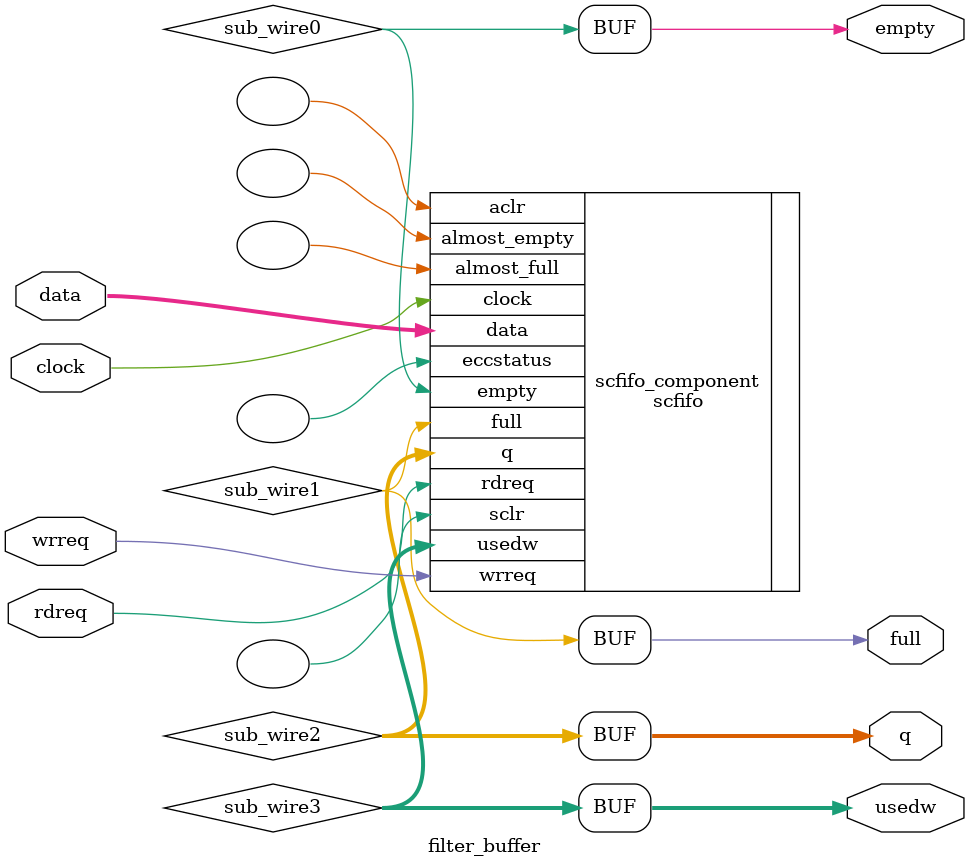
<source format=v>



// synopsys translate_off
`timescale 1 ps / 1 ps
// synopsys translate_on
module filter_buffer
#(
	parameter DATA_WIDTH = 32,
	parameter FILTER_BUFFER_DEPTH = 32,
	parameter FILTER_BUFFER_ADDR_WIDTH = 5					// log(FILTER_BUFFER_DEPTH) / log 2
)
(
    clock,
    data,
    rdreq,
    wrreq,
    empty,
    full,
    q,
    usedw
);

    input    clock;
    input  [DATA_WIDTH-1:0]  data;
    input    rdreq;
    input    wrreq;
    output   empty;
    output   full;
    output [DATA_WIDTH-1:0]  q;
    output [FILTER_BUFFER_ADDR_WIDTH-1:0]  usedw;

    wire  sub_wire0;
    wire  sub_wire1;
    wire [DATA_WIDTH-1:0] sub_wire2;
    wire [FILTER_BUFFER_ADDR_WIDTH-1:0] sub_wire3;
    wire  empty = sub_wire0;
    wire  full = sub_wire1;
    wire [DATA_WIDTH-1:0] q = sub_wire2[DATA_WIDTH-1:0];
    wire [FILTER_BUFFER_ADDR_WIDTH-1:0] usedw = sub_wire3[FILTER_BUFFER_ADDR_WIDTH-1:0];

    scfifo  scfifo_component (
                .clock (clock),
                .data (data),
                .rdreq (rdreq),
                .wrreq (wrreq),
                .empty (sub_wire0),
                .full (sub_wire1),
                .q (sub_wire2),
                .usedw (sub_wire3),
                .aclr (),
                .almost_empty (),
                .almost_full (),
                .eccstatus (),
                .sclr ());
    defparam
        scfifo_component.add_ram_output_register  = "OFF",
        scfifo_component.enable_ecc  = "FALSE",
        scfifo_component.intended_device_family  = "Stratix 10",
        scfifo_component.lpm_numwords  = FILTER_BUFFER_DEPTH,
        scfifo_component.lpm_showahead  = "OFF",
        scfifo_component.lpm_type  = "scfifo",
        scfifo_component.lpm_width  = DATA_WIDTH,
        scfifo_component.lpm_widthu  = FILTER_BUFFER_ADDR_WIDTH,
        scfifo_component.overflow_checking  = "ON",
        scfifo_component.underflow_checking  = "ON",
        scfifo_component.use_eab  = "ON";


endmodule
</source>
